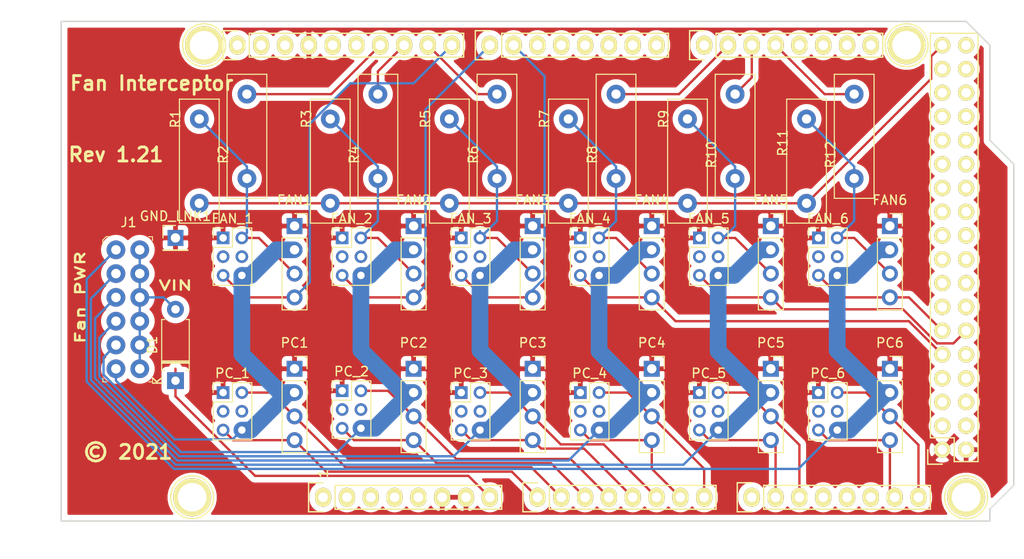
<source format=kicad_pcb>
(kicad_pcb (version 20171130) (host pcbnew 5.99.0+really5.1.10+dfsg1-1)
  (title_block (date "mar. 31 mars 2015"))
  (layers (0 F.Cu signal) (31 B.Cu signal) (34 B.Paste user) (35 F.Paste user) (36 B.SilkS user) (37 F.SilkS user) (38 B.Mask user) (39 F.Mask user) (44 Edge.Cuts user))
  (net 0 "")
  (net 1 GND)
  (net 2 +5V)
  (net 3 /Vin)
  (net 4 FAN1_12v)
  (net 5 FAN1_PWM)
  (net 6 FAN1_TACH)
  (net 7 "Net-(D1-Pad2)")
  (net 8 FAN2_12v)
  (net 9 FAN2_PWM)
  (net 10 FAN3_12v)
  (net 11 FAN3_PWM)
  (net 12 FAN4_12v)
  (net 13 FAN4_PWM)
  (net 14 PC1_PWM)
  (net 15 PC1_TACH)
  (net 16 FAN2_TACH)
  (net 17 FAN4_TACH)
  (net 18 FAN5_12v)
  (net 19 FAN5_PWM)
  (net 20 FAN6_12v)
  (net 21 FAN6_PWM)
  (net 22 FAN6_TACH)
  (net 23 PC5_PWM)
  (net 24 PC6_PWM)
  (net 25 PC3_PWM)
  (net 26 PC4_PWM)
  (net 27 PC2_PWM)
  (net 28 PC2_TACH)
  (net 29 PC3_TACH)
  (net 30 PC4_TACH)
  (net 31 PC5_TACH)
  (net 32 PC6_TACH)
  (net 33 FAN3_TACH)
  (net 34 FAN5_TACH)
  (net 35 FAN1_TACH_IN)
  (net 36 FAN2_TACH_IN)
  (net 37 FAN3_TACH_IN)
  (net 38 FAN4_TACH_IN)
  (net 39 FAN5_TACH_IN)
  (net 40 FAN6_TACH_IN)
  (module Resistor_THT:R_Box_L13.0mm_W4.0mm_P9.00mm (layer F.Cu) (at 175.26 85.09 90)
    (fp_text reference R10 (at 2.54 -2.52 90) (layer F.SilkS))
    (fp_text value 220k)
    (pad 2 thru_hole circle (at 9 0 90) (size 2 2) (drill 1) (layers *.Cu *.Mask) (net 34 FAN5_TACH))
    (pad 1 thru_hole circle (at 0 0 90) (size 2 2) (drill 1) (layers *.Cu *.Mask) (net 39 FAN5_TACH_IN))
  )
  (module Resistor_THT:R_Box_L13.0mm_W4.0mm_P9.00mm (layer F.Cu) (at 182.88 78.74 270)
    (fp_text reference R11 (at 2.54 2.54 90) (layer F.SilkS))
    (fp_text value 10k)
    (pad 2 thru_hole circle (at 9 0 270) (size 2 2) (drill 1) (layers *.Cu *.Mask) (net 2 +5V))
    (pad 1 thru_hole circle (at 0 0 270) (size 2 2) (drill 1) (layers *.Cu *.Mask) (net 40 FAN6_TACH_IN))
  )
  (module Resistor_THT:R_Box_L13.0mm_W4.0mm_P9.00mm (layer F.Cu) (at 187.96 85.09 90)
    (fp_text reference R12 (at 2.54 -2.52 90) (layer F.SilkS))
    (fp_text value 220k)
    (pad 2 thru_hole circle (at 9 0 90) (size 2 2) (drill 1) (layers *.Cu *.Mask) (net 22 FAN6_TACH))
    (pad 1 thru_hole circle (at 0 0 90) (size 2 2) (drill 1) (layers *.Cu *.Mask) (net 40 FAN6_TACH_IN))
  )
  (module Resistor_THT:R_Box_L13.0mm_W4.0mm_P9.00mm (layer F.Cu) (at 170.18 78.74 270)
    (fp_text reference R9 (at 0 2.54 90) (layer F.SilkS))
    (fp_text value 10k)
    (pad 2 thru_hole circle (at 9 0 270) (size 2 2) (drill 1) (layers *.Cu *.Mask) (net 2 +5V))
    (pad 1 thru_hole circle (at 0 0 270) (size 2 2) (drill 1) (layers *.Cu *.Mask) (net 39 FAN5_TACH_IN))
  )
  (module Resistor_THT:R_Box_L13.0mm_W4.0mm_P9.00mm (layer F.Cu) (at 162.56 85.09 90)
    (fp_text reference R8 (at 2.54 -2.52 90) (layer F.SilkS))
    (fp_text value 220k)
    (pad 2 thru_hole circle (at 9 0 90) (size 2 2) (drill 1) (layers *.Cu *.Mask) (net 17 FAN4_TACH))
    (pad 1 thru_hole circle (at 0 0 90) (size 2 2) (drill 1) (layers *.Cu *.Mask) (net 38 FAN4_TACH_IN))
  )
  (module Resistor_THT:R_Box_L13.0mm_W4.0mm_P9.00mm (layer F.Cu) (at 157.48 78.74 270)
    (fp_text reference R7 (at 0 2.54 90) (layer F.SilkS))
    (fp_text value 10k)
    (pad 2 thru_hole circle (at 9 0 270) (size 2 2) (drill 1) (layers *.Cu *.Mask) (net 2 +5V))
    (pad 1 thru_hole circle (at 0 0 270) (size 2 2) (drill 1) (layers *.Cu *.Mask) (net 38 FAN4_TACH_IN))
  )
  (module Resistor_THT:R_Box_L13.0mm_W4.0mm_P9.00mm (layer F.Cu) (at 149.86 85.09 90)
    (fp_text reference R6 (at 2.54 -2.52 90) (layer F.SilkS))
    (fp_text value 220k)
    (pad 2 thru_hole circle (at 9 0 90) (size 2 2) (drill 1) (layers *.Cu *.Mask) (net 33 FAN3_TACH))
    (pad 1 thru_hole circle (at 0 0 90) (size 2 2) (drill 1) (layers *.Cu *.Mask) (net 37 FAN3_TACH_IN))
  )
  (module Resistor_THT:R_Box_L13.0mm_W4.0mm_P9.00mm (layer F.Cu) (at 144.78 78.74 270)
    (fp_text reference R5 (at 0 2.54 90) (layer F.SilkS))
    (fp_text value 10k)
    (pad 2 thru_hole circle (at 9 0 270) (size 2 2) (drill 1) (layers *.Cu *.Mask) (net 2 +5V))
    (pad 1 thru_hole circle (at 0 0 270) (size 2 2) (drill 1) (layers *.Cu *.Mask) (net 37 FAN3_TACH_IN))
  )
  (module Resistor_THT:R_Box_L13.0mm_W4.0mm_P9.00mm (layer F.Cu) (at 137.16 85.09 90)
    (fp_text reference R4 (at 2.54 -2.52 90) (layer F.SilkS))
    (fp_text value 220k)
    (pad 2 thru_hole circle (at 9 0 90) (size 2 2) (drill 1) (layers *.Cu *.Mask) (net 16 FAN2_TACH))
    (pad 1 thru_hole circle (at 0 0 90) (size 2 2) (drill 1) (layers *.Cu *.Mask) (net 36 FAN2_TACH_IN))
  )
  (module Resistor_THT:R_Box_L13.0mm_W4.0mm_P9.00mm (layer F.Cu) (at 132.08 78.74 270)
    (fp_text reference R3 (at 0 2.54 90) (layer F.SilkS))
    (fp_text value 10k)
    (pad 2 thru_hole circle (at 9 0 270) (size 2 2) (drill 1) (layers *.Cu *.Mask) (net 2 +5V))
    (pad 1 thru_hole circle (at 0 0 270) (size 2 2) (drill 1) (layers *.Cu *.Mask) (net 36 FAN2_TACH_IN))
  )
  (module Resistor_THT:R_Box_L13.0mm_W4.0mm_P9.00mm (layer F.Cu) (at 123.19 85.09 90)
    (fp_text reference R2 (at 2.54 -2.52 90) (layer F.SilkS))
    (fp_text value 220k)
    (pad 1 thru_hole circle (at 0 0 90) (size 2 2) (drill 1) (layers *.Cu *.Mask) (net 35 FAN1_TACH_IN))
    (pad 2 thru_hole circle (at 9 0 90) (size 2 2) (drill 1) (layers *.Cu *.Mask) (net 6 FAN1_TACH))
  )
  (module Resistor_THT:R_Box_L13.0mm_W4.0mm_P9.00mm (layer F.Cu) (at 118.11 78.74 270)
    (fp_text reference R1 (at 0 2.54 90) (layer F.SilkS))
    (fp_text value 10k)
    (pad 2 thru_hole circle (at 9 0 270) (size 2 2) (drill 1) (layers *.Cu *.Mask) (net 2 +5V))
    (pad 1 thru_hole circle (at 0 0 270) (size 2 2) (drill 1) (layers *.Cu *.Mask) (net 35 FAN1_TACH_IN))
  )
  (module digikey-footprints:PinHeader_6x2_P2.54mm_Horizontal (layer F.Cu) (at 109.22 92.71)
    (fp_text reference J1 (at 1.35 -2.93) (layer F.SilkS))
    (fp_text value Power)
    (pad 2 thru_hole circle (at 2.54 0) (size 2 2) (drill 1.02) (layers *.Cu *.Mask) (net 7 "Net-(D1-Pad2)"))
    (pad 4 thru_hole circle (at 2.54 2.54) (size 2 2) (drill 1.02) (layers *.Cu *.Mask) (net 7 "Net-(D1-Pad2)"))
    (pad 6 thru_hole circle (at 2.54 5.08) (size 2 2) (drill 1.02) (layers *.Cu *.Mask) (net 7 "Net-(D1-Pad2)"))
    (pad 8 thru_hole circle (at 2.54 7.62) (size 2 2) (drill 1.02) (layers *.Cu *.Mask) (net 7 "Net-(D1-Pad2)"))
    (pad 10 thru_hole circle (at 2.54 10.16) (size 2 2) (drill 1.02) (layers *.Cu *.Mask) (net 7 "Net-(D1-Pad2)"))
    (pad 12 thru_hole circle (at 2.54 12.7) (size 2 2) (drill 1.02) (layers *.Cu *.Mask) (net 7 "Net-(D1-Pad2)"))
    (pad 11 thru_hole circle (at 0 12.7) (size 2 2) (drill 1.02) (layers *.Cu *.Mask) (net 4 FAN1_12v))
    (pad 9 thru_hole circle (at 0 10.16) (size 2 2) (drill 1.02) (layers *.Cu *.Mask) (net 8 FAN2_12v))
    (pad 7 thru_hole circle (at 0 7.62) (size 2 2) (drill 1.02) (layers *.Cu *.Mask) (net 10 FAN3_12v))
    (pad 5 thru_hole circle (at 0 5.08) (size 2 2) (drill 1.02) (layers *.Cu *.Mask) (net 12 FAN4_12v))
    (pad 3 thru_hole circle (at 0 2.54) (size 2 2) (drill 1.02) (layers *.Cu *.Mask) (net 18 FAN5_12v))
    (pad 1 thru_hole circle (at 0 0) (size 2 2) (drill 1.02) (layers *.Cu *.Mask) (net 20 FAN6_12v))
  )
  (module Connector_PinHeader_2.54mm:PinHeader_1x01_P2.54mm_Vertical (layer F.Cu) (at 115.57 91.44)
    (fp_text reference GND_LNK1 (at 0 -2.33) (layer F.SilkS))
    (fp_text value GND)
    (pad 1 thru_hole rect (at 0 0) (size 1.7 1.7) (drill 1) (layers *.Cu *.Mask) (net 1 GND))
  )
  (module Connector_PinSocket_2.54mm:PinSocket_1x04_P2.54mm_Vertical (layer F.Cu) (at 191.77 90.17)
    (fp_text reference FAN6 (at 0 -2.77) (layer F.SilkS))
    (fp_text value "To Fan")
    (pad 4 thru_hole oval (at 0 7.62) (size 1.7 1.7) (drill 1) (layers *.Cu *.Mask) (net 21 FAN6_PWM))
    (pad 3 thru_hole oval (at 0 5.08) (size 1.7 1.7) (drill 1) (layers *.Cu *.Mask) (net 40 FAN6_TACH_IN))
    (pad 2 thru_hole oval (at 0 2.54) (size 1.7 1.7) (drill 1) (layers *.Cu *.Mask) (net 20 FAN6_12v))
    (pad 1 thru_hole rect (at 0 0) (size 1.7 1.7) (drill 1) (layers *.Cu *.Mask) (net 1 GND))
  )
  (module Connector_PinSocket_2.54mm:PinSocket_1x04_P2.54mm_Vertical (layer F.Cu) (at 179.07 90.17)
    (fp_text reference FAN5 (at 0 -2.77) (layer F.SilkS))
    (fp_text value "To Fan")
    (pad 4 thru_hole oval (at 0 7.62) (size 1.7 1.7) (drill 1) (layers *.Cu *.Mask) (net 19 FAN5_PWM))
    (pad 3 thru_hole oval (at 0 5.08) (size 1.7 1.7) (drill 1) (layers *.Cu *.Mask) (net 39 FAN5_TACH_IN))
    (pad 2 thru_hole oval (at 0 2.54) (size 1.7 1.7) (drill 1) (layers *.Cu *.Mask) (net 18 FAN5_12v))
    (pad 1 thru_hole rect (at 0 0) (size 1.7 1.7) (drill 1) (layers *.Cu *.Mask) (net 1 GND))
  )
  (module Connector_PinSocket_2.54mm:PinSocket_1x04_P2.54mm_Vertical (layer F.Cu) (at 166.37 90.17)
    (fp_text reference FAN4 (at 0 -2.77) (layer F.SilkS))
    (fp_text value "To Fan")
    (pad 4 thru_hole oval (at 0 7.62) (size 1.7 1.7) (drill 1) (layers *.Cu *.Mask) (net 13 FAN4_PWM))
    (pad 3 thru_hole oval (at 0 5.08) (size 1.7 1.7) (drill 1) (layers *.Cu *.Mask) (net 38 FAN4_TACH_IN))
    (pad 2 thru_hole oval (at 0 2.54) (size 1.7 1.7) (drill 1) (layers *.Cu *.Mask) (net 12 FAN4_12v))
    (pad 1 thru_hole rect (at 0 0) (size 1.7 1.7) (drill 1) (layers *.Cu *.Mask) (net 1 GND))
  )
  (module Connector_PinSocket_2.54mm:PinSocket_1x04_P2.54mm_Vertical (layer F.Cu) (at 153.67 90.17)
    (fp_text reference FAN3 (at 0 -2.77) (layer F.SilkS))
    (fp_text value "To Fan")
    (pad 4 thru_hole oval (at 0 7.62) (size 1.7 1.7) (drill 1) (layers *.Cu *.Mask) (net 11 FAN3_PWM))
    (pad 3 thru_hole oval (at 0 5.08) (size 1.7 1.7) (drill 1) (layers *.Cu *.Mask) (net 37 FAN3_TACH_IN))
    (pad 2 thru_hole oval (at 0 2.54) (size 1.7 1.7) (drill 1) (layers *.Cu *.Mask) (net 10 FAN3_12v))
    (pad 1 thru_hole rect (at 0 0) (size 1.7 1.7) (drill 1) (layers *.Cu *.Mask) (net 1 GND))
  )
  (module Connector_PinSocket_2.54mm:PinSocket_1x04_P2.54mm_Vertical (layer F.Cu) (at 140.97 90.17)
    (fp_text reference FAN2 (at 0 -2.77) (layer F.SilkS))
    (fp_text value "To Fan")
    (pad 4 thru_hole oval (at 0 7.62) (size 1.7 1.7) (drill 1) (layers *.Cu *.Mask) (net 9 FAN2_PWM))
    (pad 3 thru_hole oval (at 0 5.08) (size 1.7 1.7) (drill 1) (layers *.Cu *.Mask) (net 36 FAN2_TACH_IN))
    (pad 2 thru_hole oval (at 0 2.54) (size 1.7 1.7) (drill 1) (layers *.Cu *.Mask) (net 8 FAN2_12v))
    (pad 1 thru_hole rect (at 0 0) (size 1.7 1.7) (drill 1) (layers *.Cu *.Mask) (net 1 GND))
  )
  (module Connector_PinSocket_2.54mm:PinSocket_1x04_P2.54mm_Vertical (layer F.Cu) (at 128.27 90.17)
    (fp_text reference FAN1 (at 0 -2.77) (layer F.SilkS))
    (fp_text value "To Fan")
    (pad 4 thru_hole oval (at 0 7.62) (size 1.7 1.7) (drill 1) (layers *.Cu *.Mask) (net 5 FAN1_PWM))
    (pad 3 thru_hole oval (at 0 5.08) (size 1.7 1.7) (drill 1) (layers *.Cu *.Mask) (net 35 FAN1_TACH_IN))
    (pad 2 thru_hole oval (at 0 2.54) (size 1.7 1.7) (drill 1) (layers *.Cu *.Mask) (net 4 FAN1_12v))
    (pad 1 thru_hole rect (at 0 0) (size 1.7 1.7) (drill 1) (layers *.Cu *.Mask) (net 1 GND))
  )
  (module Connector_PinHeader_2.00mm:PinHeader_2x03_P2.00mm_Vertical (layer F.Cu) (at 184.15 107.95)
    (fp_text reference PC_6 (at 1 -2.06) (layer F.SilkS))
    (fp_text value "To PC")
    (pad 6 thru_hole oval (at 2 4) (size 1.35 1.35) (drill 0.8) (layers *.Cu *.Mask) (net 20 FAN6_12v))
    (pad 5 thru_hole oval (at 0 4) (size 1.35 1.35) (drill 0.8) (layers *.Cu *.Mask) (net 24 PC6_PWM))
    (pad 4 thru_hole oval (at 2 2) (size 1.35 1.35) (drill 0.8) (layers *.Cu *.Mask))
    (pad 3 thru_hole oval (at 0 2) (size 1.35 1.35) (drill 0.8) (layers *.Cu *.Mask))
    (pad 2 thru_hole oval (at 2 0) (size 1.35 1.35) (drill 0.8) (layers *.Cu *.Mask) (net 32 PC6_TACH))
    (pad 1 thru_hole rect (at 0 0) (size 1.35 1.35) (drill 0.8) (layers *.Cu *.Mask) (net 1 GND))
  )
  (module Connector_PinHeader_2.00mm:PinHeader_2x03_P2.00mm_Vertical (layer F.Cu) (at 171.45 107.95)
    (fp_text reference PC_5 (at 1 -2.06) (layer F.SilkS))
    (fp_text value "To PC")
    (pad 6 thru_hole oval (at 2 4) (size 1.35 1.35) (drill 0.8) (layers *.Cu *.Mask) (net 18 FAN5_12v))
    (pad 5 thru_hole oval (at 0 4) (size 1.35 1.35) (drill 0.8) (layers *.Cu *.Mask) (net 23 PC5_PWM))
    (pad 4 thru_hole oval (at 2 2) (size 1.35 1.35) (drill 0.8) (layers *.Cu *.Mask))
    (pad 3 thru_hole oval (at 0 2) (size 1.35 1.35) (drill 0.8) (layers *.Cu *.Mask))
    (pad 2 thru_hole oval (at 2 0) (size 1.35 1.35) (drill 0.8) (layers *.Cu *.Mask) (net 31 PC5_TACH))
    (pad 1 thru_hole rect (at 0 0) (size 1.35 1.35) (drill 0.8) (layers *.Cu *.Mask) (net 1 GND))
  )
  (module Connector_PinHeader_2.00mm:PinHeader_2x03_P2.00mm_Vertical (layer F.Cu) (at 158.75 107.95)
    (fp_text reference PC_4 (at 1 -2.06) (layer F.SilkS))
    (fp_text value "To PC")
    (pad 6 thru_hole oval (at 2 4) (size 1.35 1.35) (drill 0.8) (layers *.Cu *.Mask) (net 12 FAN4_12v))
    (pad 5 thru_hole oval (at 0 4) (size 1.35 1.35) (drill 0.8) (layers *.Cu *.Mask) (net 26 PC4_PWM))
    (pad 4 thru_hole oval (at 2 2) (size 1.35 1.35) (drill 0.8) (layers *.Cu *.Mask))
    (pad 3 thru_hole oval (at 0 2) (size 1.35 1.35) (drill 0.8) (layers *.Cu *.Mask))
    (pad 2 thru_hole oval (at 2 0) (size 1.35 1.35) (drill 0.8) (layers *.Cu *.Mask) (net 30 PC4_TACH))
    (pad 1 thru_hole rect (at 0 0) (size 1.35 1.35) (drill 0.8) (layers *.Cu *.Mask) (net 1 GND))
  )
  (module Connector_PinHeader_2.00mm:PinHeader_2x03_P2.00mm_Vertical (layer F.Cu) (at 146.05 107.95)
    (fp_text reference PC_3 (at 1 -2.06) (layer F.SilkS))
    (fp_text value "To PC")
    (pad 6 thru_hole oval (at 2 4) (size 1.35 1.35) (drill 0.8) (layers *.Cu *.Mask) (net 10 FAN3_12v))
    (pad 5 thru_hole oval (at 0 4) (size 1.35 1.35) (drill 0.8) (layers *.Cu *.Mask) (net 25 PC3_PWM))
    (pad 4 thru_hole oval (at 2 2) (size 1.35 1.35) (drill 0.8) (layers *.Cu *.Mask))
    (pad 3 thru_hole oval (at 0 2) (size 1.35 1.35) (drill 0.8) (layers *.Cu *.Mask))
    (pad 2 thru_hole oval (at 2 0) (size 1.35 1.35) (drill 0.8) (layers *.Cu *.Mask) (net 29 PC3_TACH))
    (pad 1 thru_hole rect (at 0 0) (size 1.35 1.35) (drill 0.8) (layers *.Cu *.Mask) (net 1 GND))
  )
  (module Connector_PinSocket_2.54mm:PinSocket_1x04_P2.54mm_Vertical (layer F.Cu) (at 191.77 105.41)
    (fp_text reference PC6 (at 0 -2.77) (layer F.SilkS))
    (fp_text value "To PC")
    (pad 4 thru_hole oval (at 0 7.62) (size 1.7 1.7) (drill 1) (layers *.Cu *.Mask) (net 24 PC6_PWM))
    (pad 3 thru_hole oval (at 0 5.08) (size 1.7 1.7) (drill 1) (layers *.Cu *.Mask) (net 32 PC6_TACH))
    (pad 2 thru_hole oval (at 0 2.54) (size 1.7 1.7) (drill 1) (layers *.Cu *.Mask) (net 20 FAN6_12v))
    (pad 1 thru_hole rect (at 0 0) (size 1.7 1.7) (drill 1) (layers *.Cu *.Mask) (net 1 GND))
  )
  (module Connector_PinSocket_2.54mm:PinSocket_1x04_P2.54mm_Vertical (layer F.Cu) (at 179.07 105.41)
    (fp_text reference PC5 (at 0 -2.77) (layer F.SilkS))
    (fp_text value "To PC")
    (pad 4 thru_hole oval (at 0 7.62) (size 1.7 1.7) (drill 1) (layers *.Cu *.Mask) (net 23 PC5_PWM))
    (pad 3 thru_hole oval (at 0 5.08) (size 1.7 1.7) (drill 1) (layers *.Cu *.Mask) (net 31 PC5_TACH))
    (pad 2 thru_hole oval (at 0 2.54) (size 1.7 1.7) (drill 1) (layers *.Cu *.Mask) (net 18 FAN5_12v))
    (pad 1 thru_hole rect (at 0 0) (size 1.7 1.7) (drill 1) (layers *.Cu *.Mask) (net 1 GND))
  )
  (module Connector_PinSocket_2.54mm:PinSocket_1x04_P2.54mm_Vertical (layer F.Cu) (at 166.37 105.41)
    (fp_text reference PC4 (at 0 -2.77) (layer F.SilkS))
    (fp_text value "To PC")
    (pad 4 thru_hole oval (at 0 7.62) (size 1.7 1.7) (drill 1) (layers *.Cu *.Mask) (net 26 PC4_PWM))
    (pad 3 thru_hole oval (at 0 5.08) (size 1.7 1.7) (drill 1) (layers *.Cu *.Mask) (net 30 PC4_TACH))
    (pad 2 thru_hole oval (at 0 2.54) (size 1.7 1.7) (drill 1) (layers *.Cu *.Mask) (net 12 FAN4_12v))
    (pad 1 thru_hole rect (at 0 0) (size 1.7 1.7) (drill 1) (layers *.Cu *.Mask) (net 1 GND))
  )
  (module Connector_PinSocket_2.54mm:PinSocket_1x04_P2.54mm_Vertical (layer F.Cu) (at 153.67 105.41)
    (fp_text reference PC3 (at 0 -2.77) (layer F.SilkS))
    (fp_text value "To PC")
    (pad 4 thru_hole oval (at 0 7.62) (size 1.7 1.7) (drill 1) (layers *.Cu *.Mask) (net 25 PC3_PWM))
    (pad 3 thru_hole oval (at 0 5.08) (size 1.7 1.7) (drill 1) (layers *.Cu *.Mask) (net 29 PC3_TACH))
    (pad 2 thru_hole oval (at 0 2.54) (size 1.7 1.7) (drill 1) (layers *.Cu *.Mask) (net 10 FAN3_12v))
    (pad 1 thru_hole rect (at 0 0) (size 1.7 1.7) (drill 1) (layers *.Cu *.Mask) (net 1 GND))
  )
  (module Connector_PinSocket_2.54mm:PinSocket_1x04_P2.54mm_Vertical (layer F.Cu) (at 140.97 105.41)
    (fp_text reference PC2 (at 0 -2.77) (layer F.SilkS))
    (fp_text value "To PC")
    (pad 4 thru_hole oval (at 0 7.62) (size 1.7 1.7) (drill 1) (layers *.Cu *.Mask) (net 27 PC2_PWM))
    (pad 3 thru_hole oval (at 0 5.08) (size 1.7 1.7) (drill 1) (layers *.Cu *.Mask) (net 28 PC2_TACH))
    (pad 2 thru_hole oval (at 0 2.54) (size 1.7 1.7) (drill 1) (layers *.Cu *.Mask) (net 8 FAN2_12v))
    (pad 1 thru_hole rect (at 0 0) (size 1.7 1.7) (drill 1) (layers *.Cu *.Mask) (net 1 GND))
  )
  (module Connector_PinHeader_2.00mm:PinHeader_2x03_P2.00mm_Vertical (layer F.Cu) (at 133.35 107.76)
    (fp_text reference PC_2 (at 1 -2.06) (layer F.SilkS))
    (fp_text value "To PC")
    (pad 6 thru_hole oval (at 2 4) (size 1.35 1.35) (drill 0.8) (layers *.Cu *.Mask) (net 8 FAN2_12v))
    (pad 5 thru_hole oval (at 0 4) (size 1.35 1.35) (drill 0.8) (layers *.Cu *.Mask) (net 27 PC2_PWM))
    (pad 4 thru_hole oval (at 2 2) (size 1.35 1.35) (drill 0.8) (layers *.Cu *.Mask))
    (pad 3 thru_hole oval (at 0 2) (size 1.35 1.35) (drill 0.8) (layers *.Cu *.Mask))
    (pad 2 thru_hole oval (at 2 0) (size 1.35 1.35) (drill 0.8) (layers *.Cu *.Mask) (net 28 PC2_TACH))
    (pad 1 thru_hole rect (at 0 0) (size 1.35 1.35) (drill 0.8) (layers *.Cu *.Mask) (net 1 GND))
  )
  (module Connector_PinSocket_2.54mm:PinSocket_1x04_P2.54mm_Vertical (layer F.Cu) (at 128.27 105.41)
    (fp_text reference PC1 (at 0 -2.77) (layer F.SilkS))
    (fp_text value "To PC")
    (pad 4 thru_hole oval (at 0 7.62) (size 1.7 1.7) (drill 1) (layers *.Cu *.Mask) (net 14 PC1_PWM))
    (pad 3 thru_hole oval (at 0 5.08) (size 1.7 1.7) (drill 1) (layers *.Cu *.Mask) (net 15 PC1_TACH))
    (pad 2 thru_hole oval (at 0 2.54) (size 1.7 1.7) (drill 1) (layers *.Cu *.Mask) (net 4 FAN1_12v))
    (pad 1 thru_hole rect (at 0 0) (size 1.7 1.7) (drill 1) (layers *.Cu *.Mask) (net 1 GND))
  )
  (module Connector_PinHeader_2.00mm:PinHeader_2x03_P2.00mm_Vertical (layer F.Cu) (at 184.15 91.44)
    (fp_text reference FAN_6 (at 1 -2.06) (layer F.SilkS))
    (fp_text value "To FAN")
    (pad 6 thru_hole oval (at 2 4) (size 1.35 1.35) (drill 0.8) (layers *.Cu *.Mask) (net 20 FAN6_12v))
    (pad 5 thru_hole oval (at 0 4) (size 1.35 1.35) (drill 0.8) (layers *.Cu *.Mask) (net 21 FAN6_PWM))
    (pad 4 thru_hole oval (at 2 2) (size 1.35 1.35) (drill 0.8) (layers *.Cu *.Mask))
    (pad 3 thru_hole oval (at 0 2) (size 1.35 1.35) (drill 0.8) (layers *.Cu *.Mask))
    (pad 2 thru_hole oval (at 2 0) (size 1.35 1.35) (drill 0.8) (layers *.Cu *.Mask) (net 40 FAN6_TACH_IN))
    (pad 1 thru_hole rect (at 0 0) (size 1.35 1.35) (drill 0.8) (layers *.Cu *.Mask) (net 1 GND))
  )
  (module Connector_PinHeader_2.00mm:PinHeader_2x03_P2.00mm_Vertical (layer F.Cu) (at 171.45 91.44)
    (fp_text reference FAN_5 (at 1 -2.06) (layer F.SilkS))
    (fp_text value "To FAN")
    (pad 6 thru_hole oval (at 2 4) (size 1.35 1.35) (drill 0.8) (layers *.Cu *.Mask) (net 18 FAN5_12v))
    (pad 5 thru_hole oval (at 0 4) (size 1.35 1.35) (drill 0.8) (layers *.Cu *.Mask) (net 19 FAN5_PWM))
    (pad 4 thru_hole oval (at 2 2) (size 1.35 1.35) (drill 0.8) (layers *.Cu *.Mask))
    (pad 3 thru_hole oval (at 0 2) (size 1.35 1.35) (drill 0.8) (layers *.Cu *.Mask))
    (pad 2 thru_hole oval (at 2 0) (size 1.35 1.35) (drill 0.8) (layers *.Cu *.Mask) (net 39 FAN5_TACH_IN))
    (pad 1 thru_hole rect (at 0 0) (size 1.35 1.35) (drill 0.8) (layers *.Cu *.Mask) (net 1 GND))
  )
  (module Connector_PinHeader_2.00mm:PinHeader_2x03_P2.00mm_Vertical (layer F.Cu) (at 158.75 91.44)
    (fp_text reference FAN_4 (at 1 -2.06) (layer F.SilkS))
    (fp_text value "To FAN")
    (pad 6 thru_hole oval (at 2 4) (size 1.35 1.35) (drill 0.8) (layers *.Cu *.Mask) (net 12 FAN4_12v))
    (pad 5 thru_hole oval (at 0 4) (size 1.35 1.35) (drill 0.8) (layers *.Cu *.Mask) (net 13 FAN4_PWM))
    (pad 4 thru_hole oval (at 2 2) (size 1.35 1.35) (drill 0.8) (layers *.Cu *.Mask))
    (pad 3 thru_hole oval (at 0 2) (size 1.35 1.35) (drill 0.8) (layers *.Cu *.Mask))
    (pad 2 thru_hole oval (at 2 0) (size 1.35 1.35) (drill 0.8) (layers *.Cu *.Mask) (net 38 FAN4_TACH_IN))
    (pad 1 thru_hole rect (at 0 0) (size 1.35 1.35) (drill 0.8) (layers *.Cu *.Mask) (net 1 GND))
  )
  (module Connector_PinHeader_2.00mm:PinHeader_2x03_P2.00mm_Vertical (layer F.Cu) (at 146.05 91.44)
    (fp_text reference FAN_3 (at 1 -2.06) (layer F.SilkS))
    (fp_text value "To FAN")
    (pad 6 thru_hole oval (at 2 4) (size 1.35 1.35) (drill 0.8) (layers *.Cu *.Mask) (net 10 FAN3_12v))
    (pad 5 thru_hole oval (at 0 4) (size 1.35 1.35) (drill 0.8) (layers *.Cu *.Mask) (net 11 FAN3_PWM))
    (pad 4 thru_hole oval (at 2 2) (size 1.35 1.35) (drill 0.8) (layers *.Cu *.Mask))
    (pad 3 thru_hole oval (at 0 2) (size 1.35 1.35) (drill 0.8) (layers *.Cu *.Mask))
    (pad 2 thru_hole oval (at 2 0) (size 1.35 1.35) (drill 0.8) (layers *.Cu *.Mask) (net 37 FAN3_TACH_IN))
    (pad 1 thru_hole rect (at 0 0) (size 1.35 1.35) (drill 0.8) (layers *.Cu *.Mask) (net 1 GND))
  )
  (module Connector_PinHeader_2.00mm:PinHeader_2x03_P2.00mm_Vertical (layer F.Cu) (at 133.35 91.44)
    (fp_text reference FAN_2 (at 1 -2.06) (layer F.SilkS))
    (fp_text value "To FAN")
    (pad 6 thru_hole oval (at 2 4) (size 1.35 1.35) (drill 0.8) (layers *.Cu *.Mask) (net 8 FAN2_12v))
    (pad 5 thru_hole oval (at 0 4) (size 1.35 1.35) (drill 0.8) (layers *.Cu *.Mask) (net 9 FAN2_PWM))
    (pad 4 thru_hole oval (at 2 2) (size 1.35 1.35) (drill 0.8) (layers *.Cu *.Mask))
    (pad 3 thru_hole oval (at 0 2) (size 1.35 1.35) (drill 0.8) (layers *.Cu *.Mask))
    (pad 2 thru_hole oval (at 2 0) (size 1.35 1.35) (drill 0.8) (layers *.Cu *.Mask) (net 36 FAN2_TACH_IN))
    (pad 1 thru_hole rect (at 0 0) (size 1.35 1.35) (drill 0.8) (layers *.Cu *.Mask) (net 1 GND))
  )
  (module Diode_THT:D_A-405_P7.62mm_Horizontal (layer F.Cu) (at 115.57 106.68 90)
    (fp_text reference D1 (at 3.81 -2.47 90) (layer F.SilkS))
    (fp_text value 1N4007)
    (fp_text user K (at 0 -1.9 90) (layer F.SilkS))
    (pad 1 thru_hole rect (at 0 0 90) (size 1.8 1.8) (drill 0.9) (layers *.Cu *.Mask) (net 3 /Vin))
    (pad 2 thru_hole oval (at 7.62 0 90) (size 1.8 1.8) (drill 0.9) (layers *.Cu *.Mask) (net 7 "Net-(D1-Pad2)"))
  )
  (module Connector_PinHeader_2.00mm:PinHeader_2x03_P2.00mm_Vertical (layer F.Cu) (at 120.65 107.95)
    (fp_text reference PC_1 (at 1 -2.06) (layer F.SilkS))
    (fp_text value "To PC")
    (pad 6 thru_hole oval (at 2 4) (size 1.35 1.35) (drill 0.8) (layers *.Cu *.Mask) (net 4 FAN1_12v))
    (pad 5 thru_hole oval (at 0 4) (size 1.35 1.35) (drill 0.8) (layers *.Cu *.Mask) (net 14 PC1_PWM))
    (pad 4 thru_hole oval (at 2 2) (size 1.35 1.35) (drill 0.8) (layers *.Cu *.Mask))
    (pad 3 thru_hole oval (at 0 2) (size 1.35 1.35) (drill 0.8) (layers *.Cu *.Mask))
    (pad 2 thru_hole oval (at 2 0) (size 1.35 1.35) (drill 0.8) (layers *.Cu *.Mask) (net 15 PC1_TACH))
    (pad 1 thru_hole rect (at 0 0) (size 1.35 1.35) (drill 0.8) (layers *.Cu *.Mask) (net 1 GND))
  )
  (module Connector_PinHeader_2.00mm:PinHeader_2x03_P2.00mm_Vertical (layer F.Cu) (at 120.65 91.44)
    (fp_text reference FAN_1 (at 1 -2.06) (layer F.SilkS))
    (fp_text value "To FAN")
    (pad 6 thru_hole oval (at 2 4) (size 1.35 1.35) (drill 0.8) (layers *.Cu *.Mask) (net 4 FAN1_12v))
    (pad 5 thru_hole oval (at 0 4) (size 1.35 1.35) (drill 0.8) (layers *.Cu *.Mask) (net 5 FAN1_PWM))
    (pad 4 thru_hole oval (at 2 2) (size 1.35 1.35) (drill 0.8) (layers *.Cu *.Mask))
    (pad 3 thru_hole oval (at 0 2) (size 1.35 1.35) (drill 0.8) (layers *.Cu *.Mask))
    (pad 2 thru_hole oval (at 2 0) (size 1.35 1.35) (drill 0.8) (layers *.Cu *.Mask) (net 35 FAN1_TACH_IN))
    (pad 1 thru_hole rect (at 0 0) (size 1.35 1.35) (drill 0.8) (layers *.Cu *.Mask) (net 1 GND))
  )
  (module Socket_Arduino_Mega:Socket_Strip_Arduino_2x18 (layer F.Cu) (at 197.358 114.046 90)
    (fp_text reference P1 hide)
    (fp_text value Digital)
    (pad 1 thru_hole circle (at 0 0 90) (size 1.7272 1.7272) (drill 1.016) (layers *.Cu *.Mask F.SilkS) (net 1 GND))
    (pad 2 thru_hole oval (at 0 2.54 90) (size 1.7272 1.7272) (drill 1.016) (layers *.Cu *.Mask F.SilkS) (net 1 GND))
    (pad 3 thru_hole oval (at 2.54 0 90) (size 1.7272 1.7272) (drill 1.016) (layers *.Cu *.Mask F.SilkS))
    (pad 4 thru_hole oval (at 2.54 2.54 90) (size 1.7272 1.7272) (drill 1.016) (layers *.Cu *.Mask F.SilkS))
    (pad 5 thru_hole oval (at 5.08 0 90) (size 1.7272 1.7272) (drill 1.016) (layers *.Cu *.Mask F.SilkS))
    (pad 6 thru_hole oval (at 5.08 2.54 90) (size 1.7272 1.7272) (drill 1.016) (layers *.Cu *.Mask F.SilkS))
    (pad 7 thru_hole oval (at 7.62 0 90) (size 1.7272 1.7272) (drill 1.016) (layers *.Cu *.Mask F.SilkS))
    (pad 8 thru_hole oval (at 7.62 2.54 90) (size 1.7272 1.7272) (drill 1.016) (layers *.Cu *.Mask F.SilkS))
    (pad 9 thru_hole oval (at 10.16 0 90) (size 1.7272 1.7272) (drill 1.016) (layers *.Cu *.Mask F.SilkS) (net 13 FAN4_PWM))
    (pad 10 thru_hole oval (at 10.16 2.54 90) (size 1.7272 1.7272) (drill 1.016) (layers *.Cu *.Mask F.SilkS))
    (pad 11 thru_hole oval (at 12.7 0 90) (size 1.7272 1.7272) (drill 1.016) (layers *.Cu *.Mask F.SilkS) (net 21 FAN6_PWM))
    (pad 12 thru_hole oval (at 12.7 2.54 90) (size 1.7272 1.7272) (drill 1.016) (layers *.Cu *.Mask F.SilkS) (net 19 FAN5_PWM))
    (pad 13 thru_hole oval (at 15.24 0 90) (size 1.7272 1.7272) (drill 1.016) (layers *.Cu *.Mask F.SilkS))
    (pad 14 thru_hole oval (at 15.24 2.54 90) (size 1.7272 1.7272) (drill 1.016) (layers *.Cu *.Mask F.SilkS))
    (pad 15 thru_hole oval (at 17.78 0 90) (size 1.7272 1.7272) (drill 1.016) (layers *.Cu *.Mask F.SilkS))
    (pad 16 thru_hole oval (at 17.78 2.54 90) (size 1.7272 1.7272) (drill 1.016) (layers *.Cu *.Mask F.SilkS))
    (pad 17 thru_hole oval (at 20.32 0 90) (size 1.7272 1.7272) (drill 1.016) (layers *.Cu *.Mask F.SilkS))
    (pad 18 thru_hole oval (at 20.32 2.54 90) (size 1.7272 1.7272) (drill 1.016) (layers *.Cu *.Mask F.SilkS))
    (pad 19 thru_hole oval (at 22.86 0 90) (size 1.7272 1.7272) (drill 1.016) (layers *.Cu *.Mask F.SilkS))
    (pad 20 thru_hole oval (at 22.86 2.54 90) (size 1.7272 1.7272) (drill 1.016) (layers *.Cu *.Mask F.SilkS))
    (pad 21 thru_hole oval (at 25.4 0 90) (size 1.7272 1.7272) (drill 1.016) (layers *.Cu *.Mask F.SilkS))
    (pad 22 thru_hole oval (at 25.4 2.54 90) (size 1.7272 1.7272) (drill 1.016) (layers *.Cu *.Mask F.SilkS))
    (pad 23 thru_hole oval (at 27.94 0 90) (size 1.7272 1.7272) (drill 1.016) (layers *.Cu *.Mask F.SilkS))
    (pad 24 thru_hole oval (at 27.94 2.54 90) (size 1.7272 1.7272) (drill 1.016) (layers *.Cu *.Mask F.SilkS))
    (pad 25 thru_hole oval (at 30.48 0 90) (size 1.7272 1.7272) (drill 1.016) (layers *.Cu *.Mask F.SilkS))
    (pad 26 thru_hole oval (at 30.48 2.54 90) (size 1.7272 1.7272) (drill 1.016) (layers *.Cu *.Mask F.SilkS))
    (pad 27 thru_hole oval (at 33.02 0 90) (size 1.7272 1.7272) (drill 1.016) (layers *.Cu *.Mask F.SilkS))
    (pad 28 thru_hole oval (at 33.02 2.54 90) (size 1.7272 1.7272) (drill 1.016) (layers *.Cu *.Mask F.SilkS))
    (pad 29 thru_hole oval (at 35.56 0 90) (size 1.7272 1.7272) (drill 1.016) (layers *.Cu *.Mask F.SilkS))
    (pad 30 thru_hole oval (at 35.56 2.54 90) (size 1.7272 1.7272) (drill 1.016) (layers *.Cu *.Mask F.SilkS))
    (pad 31 thru_hole oval (at 38.1 0 90) (size 1.7272 1.7272) (drill 1.016) (layers *.Cu *.Mask F.SilkS))
    (pad 32 thru_hole oval (at 38.1 2.54 90) (size 1.7272 1.7272) (drill 1.016) (layers *.Cu *.Mask F.SilkS))
    (pad 33 thru_hole oval (at 40.64 0 90) (size 1.7272 1.7272) (drill 1.016) (layers *.Cu *.Mask F.SilkS))
    (pad 34 thru_hole oval (at 40.64 2.54 90) (size 1.7272 1.7272) (drill 1.016) (layers *.Cu *.Mask F.SilkS))
    (pad 35 thru_hole oval (at 43.18 0 90) (size 1.7272 1.7272) (drill 1.016) (layers *.Cu *.Mask F.SilkS) (net 2 +5V))
    (pad 36 thru_hole oval (at 43.18 2.54 90) (size 1.7272 1.7272) (drill 1.016) (layers *.Cu *.Mask F.SilkS) (net 2 +5V))
  )
  (module Socket_Arduino_Mega:Socket_Strip_Arduino_1x08 (layer F.Cu) (at 131.318 119.126)
    (fp_text reference P2 hide)
    (fp_text value Power)
    (pad 1 thru_hole oval (at 0 0) (size 1.7272 2.032) (drill 1.016) (layers *.Cu *.Mask F.SilkS))
    (pad 2 thru_hole oval (at 2.54 0) (size 1.7272 2.032) (drill 1.016) (layers *.Cu *.Mask F.SilkS))
    (pad 3 thru_hole oval (at 5.08 0) (size 1.7272 2.032) (drill 1.016) (layers *.Cu *.Mask F.SilkS))
    (pad 4 thru_hole oval (at 7.62 0) (size 1.7272 2.032) (drill 1.016) (layers *.Cu *.Mask F.SilkS))
    (pad 5 thru_hole oval (at 10.16 0) (size 1.7272 2.032) (drill 1.016) (layers *.Cu *.Mask F.SilkS))
    (pad 6 thru_hole oval (at 12.7 0) (size 1.7272 2.032) (drill 1.016) (layers *.Cu *.Mask F.SilkS) (net 1 GND))
    (pad 7 thru_hole oval (at 15.24 0) (size 1.7272 2.032) (drill 1.016) (layers *.Cu *.Mask F.SilkS) (net 1 GND))
    (pad 8 thru_hole oval (at 17.78 0) (size 1.7272 2.032) (drill 1.016) (layers *.Cu *.Mask F.SilkS) (net 3 /Vin))
  )
  (module Socket_Arduino_Mega:Socket_Strip_Arduino_1x08 (layer F.Cu) (at 154.178 119.126)
    (fp_text reference P3 hide)
    (fp_text value Analog)
    (pad 1 thru_hole oval (at 0 0) (size 1.7272 2.032) (drill 1.016) (layers *.Cu *.Mask F.SilkS) (net 14 PC1_PWM))
    (pad 2 thru_hole oval (at 2.54 0) (size 1.7272 2.032) (drill 1.016) (layers *.Cu *.Mask F.SilkS) (net 15 PC1_TACH))
    (pad 3 thru_hole oval (at 5.08 0) (size 1.7272 2.032) (drill 1.016) (layers *.Cu *.Mask F.SilkS) (net 27 PC2_PWM))
    (pad 4 thru_hole oval (at 7.62 0) (size 1.7272 2.032) (drill 1.016) (layers *.Cu *.Mask F.SilkS) (net 28 PC2_TACH))
    (pad 5 thru_hole oval (at 10.16 0) (size 1.7272 2.032) (drill 1.016) (layers *.Cu *.Mask F.SilkS) (net 25 PC3_PWM))
    (pad 6 thru_hole oval (at 12.7 0) (size 1.7272 2.032) (drill 1.016) (layers *.Cu *.Mask F.SilkS) (net 29 PC3_TACH))
    (pad 7 thru_hole oval (at 15.24 0) (size 1.7272 2.032) (drill 1.016) (layers *.Cu *.Mask F.SilkS) (net 26 PC4_PWM))
    (pad 8 thru_hole oval (at 17.78 0) (size 1.7272 2.032) (drill 1.016) (layers *.Cu *.Mask F.SilkS) (net 30 PC4_TACH))
  )
  (module Socket_Arduino_Mega:Socket_Strip_Arduino_1x08 (layer F.Cu) (at 177.038 119.126)
    (fp_text reference P4 hide)
    (fp_text value Analog)
    (pad 1 thru_hole oval (at 0 0) (size 1.7272 2.032) (drill 1.016) (layers *.Cu *.Mask F.SilkS))
    (pad 2 thru_hole oval (at 2.54 0) (size 1.7272 2.032) (drill 1.016) (layers *.Cu *.Mask F.SilkS) (net 23 PC5_PWM))
    (pad 3 thru_hole oval (at 5.08 0) (size 1.7272 2.032) (drill 1.016) (layers *.Cu *.Mask F.SilkS) (net 31 PC5_TACH))
    (pad 4 thru_hole oval (at 7.62 0) (size 1.7272 2.032) (drill 1.016) (layers *.Cu *.Mask F.SilkS))
    (pad 5 thru_hole oval (at 10.16 0) (size 1.7272 2.032) (drill 1.016) (layers *.Cu *.Mask F.SilkS))
    (pad 6 thru_hole oval (at 12.7 0) (size 1.7272 2.032) (drill 1.016) (layers *.Cu *.Mask F.SilkS))
    (pad 7 thru_hole oval (at 15.24 0) (size 1.7272 2.032) (drill 1.016) (layers *.Cu *.Mask F.SilkS) (net 24 PC6_PWM))
    (pad 8 thru_hole oval (at 17.78 0) (size 1.7272 2.032) (drill 1.016) (layers *.Cu *.Mask F.SilkS) (net 32 PC6_TACH))
  )
  (module Socket_Arduino_Mega:Socket_Strip_Arduino_1x10 (layer F.Cu) (at 122.174 70.866)
    (fp_text reference P5 hide)
    (fp_text value PWM)
    (pad 1 thru_hole oval (at 0 0) (size 1.7272 2.032) (drill 1.016) (layers *.Cu *.Mask F.SilkS))
    (pad 2 thru_hole oval (at 2.54 0) (size 1.7272 2.032) (drill 1.016) (layers *.Cu *.Mask F.SilkS))
    (pad 3 thru_hole oval (at 5.08 0) (size 1.7272 2.032) (drill 1.016) (layers *.Cu *.Mask F.SilkS))
    (pad 4 thru_hole oval (at 7.62 0) (size 1.7272 2.032) (drill 1.016) (layers *.Cu *.Mask F.SilkS) (net 1 GND))
    (pad 5 thru_hole oval (at 10.16 0) (size 1.7272 2.032) (drill 1.016) (layers *.Cu *.Mask F.SilkS))
    (pad 6 thru_hole oval (at 12.7 0) (size 1.7272 2.032) (drill 1.016) (layers *.Cu *.Mask F.SilkS))
    (pad 7 thru_hole oval (at 15.24 0) (size 1.7272 2.032) (drill 1.016) (layers *.Cu *.Mask F.SilkS) (net 6 FAN1_TACH))
    (pad 8 thru_hole oval (at 17.78 0) (size 1.7272 2.032) (drill 1.016) (layers *.Cu *.Mask F.SilkS) (net 16 FAN2_TACH))
    (pad 9 thru_hole oval (at 20.32 0) (size 1.7272 2.032) (drill 1.016) (layers *.Cu *.Mask F.SilkS) (net 33 FAN3_TACH))
    (pad 10 thru_hole oval (at 22.86 0) (size 1.7272 2.032) (drill 1.016) (layers *.Cu *.Mask F.SilkS) (net 5 FAN1_PWM))
  )
  (module Socket_Arduino_Mega:Socket_Strip_Arduino_1x08 (layer F.Cu) (at 149.098 70.866)
    (fp_text reference P6 hide)
    (fp_text value PWM)
    (pad 1 thru_hole oval (at 0 0) (size 1.7272 2.032) (drill 1.016) (layers *.Cu *.Mask F.SilkS) (net 9 FAN2_PWM))
    (pad 2 thru_hole oval (at 2.54 0) (size 1.7272 2.032) (drill 1.016) (layers *.Cu *.Mask F.SilkS) (net 11 FAN3_PWM))
    (pad 3 thru_hole oval (at 5.08 0) (size 1.7272 2.032) (drill 1.016) (layers *.Cu *.Mask F.SilkS))
    (pad 4 thru_hole oval (at 7.62 0) (size 1.7272 2.032) (drill 1.016) (layers *.Cu *.Mask F.SilkS))
    (pad 5 thru_hole oval (at 10.16 0) (size 1.7272 2.032) (drill 1.016) (layers *.Cu *.Mask F.SilkS))
    (pad 6 thru_hole oval (at 12.7 0) (size 1.7272 2.032) (drill 1.016) (layers *.Cu *.Mask F.SilkS))
    (pad 7 thru_hole oval (at 15.24 0) (size 1.7272 2.032) (drill 1.016) (layers *.Cu *.Mask F.SilkS))
    (pad 8 thru_hole oval (at 17.78 0) (size 1.7272 2.032) (drill 1.016) (layers *.Cu *.Mask F.SilkS))
  )
  (module Socket_Arduino_Mega:Socket_Strip_Arduino_1x08 (layer F.Cu) (at 171.958 70.866)
    (fp_text reference P7 hide)
    (fp_text value Communication)
    (pad 1 thru_hole oval (at 0 0) (size 1.7272 2.032) (drill 1.016) (layers *.Cu *.Mask F.SilkS))
    (pad 2 thru_hole oval (at 2.54 0) (size 1.7272 2.032) (drill 1.016) (layers *.Cu *.Mask F.SilkS) (net 17 FAN4_TACH))
    (pad 3 thru_hole oval (at 5.08 0) (size 1.7272 2.032) (drill 1.016) (layers *.Cu *.Mask F.SilkS) (net 34 FAN5_TACH))
    (pad 4 thru_hole oval (at 7.62 0) (size 1.7272 2.032) (drill 1.016) (layers *.Cu *.Mask F.SilkS) (net 22 FAN6_TACH))
    (pad 5 thru_hole oval (at 10.16 0) (size 1.7272 2.032) (drill 1.016) (layers *.Cu *.Mask F.SilkS))
    (pad 6 thru_hole oval (at 12.7 0) (size 1.7272 2.032) (drill 1.016) (layers *.Cu *.Mask F.SilkS))
    (pad 7 thru_hole oval (at 15.24 0) (size 1.7272 2.032) (drill 1.016) (layers *.Cu *.Mask F.SilkS))
    (pad 8 thru_hole oval (at 17.78 0) (size 1.7272 2.032) (drill 1.016) (layers *.Cu *.Mask F.SilkS))
  )
  (module Socket_Arduino_Mega:Arduino_1pin (layer F.Cu) (at 117.348 119.126)
    (fp_text reference P8 hide)
    (fp_text value CONN_01X01 hide)
    (pad 1 thru_hole circle (at 0 0) (size 4.064 4.064) (drill 3.048) (layers *.Cu *.Mask F.SilkS))
  )
  (module Socket_Arduino_Mega:Arduino_1pin (layer F.Cu) (at 199.898 119.126)
    (fp_text reference P10 hide)
    (fp_text value CONN_01X01 hide)
    (pad 1 thru_hole circle (at 0 0) (size 4.064 4.064) (drill 3.048) (layers *.Cu *.Mask F.SilkS))
  )
  (module Socket_Arduino_Mega:Arduino_1pin (layer F.Cu) (at 118.618 70.866)
    (fp_text reference P11 hide)
    (fp_text value CONN_01X01 hide)
    (pad 1 thru_hole circle (at 0 0) (size 4.064 4.064) (drill 3.048) (layers *.Cu *.Mask F.SilkS))
  )
  (module Socket_Arduino_Mega:Arduino_1pin (layer F.Cu) (at 193.548 70.866)
    (fp_text reference P13 hide)
    (fp_text value CONN_01X01 hide)
    (pad 1 thru_hole circle (at 0 0) (size 4.064 4.064) (drill 3.048) (layers *.Cu *.Mask F.SilkS))
  )
  (gr_text "© 2021" (at 110.49 114.3) (layer F.SilkS) (effects (font (size 1.5 1.5) (thickness 0.3))))
  (gr_text "Rev 1.21" (at 109.22 82.55) (layer F.SilkS) (effects (font (size 1.5 1.5) (thickness 0.3))))
  (gr_text "Fan Interceptor\n" (at 113.03 74.93) (layer F.SilkS) (effects (font (size 1.5 1.5) (thickness 0.3))))
  (gr_text VIN (at 115.57 96.52) (layer F.SilkS) (effects (font (size 1 1.5) (thickness 0.25))))
  (gr_text "Fan PWR" (at 105.41 97.79 90) (layer F.SilkS) (effects (font (size 1 1.5) (thickness 0.25))))
  (gr_text 1 (at 131.318 116.586 90) (layer F.SilkS) (effects (font (size 1 1))))
  (gr_line (start 202.438 121.666) (end 103.378 121.666) (angle 90) (layer Edge.Cuts) (width 0.15))
  (gr_line (start 202.438 120.396) (end 202.438 121.666) (angle 90) (layer Edge.Cuts) (width 0.15))
  (gr_line (start 204.978 117.856) (end 202.438 120.396) (angle 90) (layer Edge.Cuts) (width 0.15))
  (gr_line (start 204.978 83.566) (end 204.978 117.856) (angle 90) (layer Edge.Cuts) (width 0.15))
  (gr_line (start 202.438 81.026) (end 204.978 83.566) (angle 90) (layer Edge.Cuts) (width 0.15))
  (gr_line (start 202.438 70.866) (end 202.438 81.026) (angle 90) (layer Edge.Cuts) (width 0.15))
  (gr_line (start 199.898 68.326) (end 202.438 70.866) (angle 90) (layer Edge.Cuts) (width 0.15))
  (gr_line (start 103.378 68.326) (end 199.898 68.326) (angle 90) (layer Edge.Cuts) (width 0.15))
  (gr_line (start 103.378 121.666) (end 103.378 68.326) (angle 90) (layer Edge.Cuts) (width 0.15))
  (segment (start 118.11 87.74) (end 182.88 87.74) (width 0.25) (layer F.Cu) (net 2))
  (segment (start 196.169399 72.054601) (end 197.358 70.866) (width 0.25) (layer F.Cu) (net 2))
  (segment (start 196.169399 74.450601) (end 196.169399 72.054601) (width 0.25) (layer F.Cu) (net 2))
  (segment (start 182.88 87.74) (end 196.169399 74.450601) (width 0.25) (layer F.Cu) (net 2))
  (segment (start 146.812 116.84) (end 149.098 119.126) (width 0.25) (layer F.Cu) (net 3))
  (segment (start 124.059998 116.84) (end 146.812 116.84) (width 0.25) (layer F.Cu) (net 3))
  (segment (start 115.57 108.350002) (end 124.059998 116.84) (width 0.25) (layer F.Cu) (net 3))
  (segment (start 115.57 105.41) (end 115.57 108.350002) (width 0.25) (layer F.Cu) (net 3))
  (segment (start 122.65 111.95) (end 122.934999 111.665001) (width 0.25) (layer F.Cu) (net 4))
  (segment (start 127.604594 107.95) (end 128.27 107.95) (width 1.78) (layer B.Cu) (net 4))
  (segment (start 123.604594 111.95) (end 127.604594 107.95) (width 1.78) (layer B.Cu) (net 4))
  (segment (start 122.65 111.95) (end 123.604594 111.95) (width 1.78) (layer B.Cu) (net 4))
  (segment (start 126.334594 92.71) (end 128.229991 92.71) (width 1.78) (layer B.Cu) (net 4))
  (segment (start 123.604594 95.44) (end 126.334594 92.71) (width 1.78) (layer B.Cu) (net 4))
  (segment (start 122.65 95.44) (end 123.604594 95.44) (width 1.78) (layer B.Cu) (net 4))
  (segment (start 126.7388 107.95) (end 128.27 107.95) (width 1.78) (layer B.Cu) (net 4))
  (segment (start 122.65 103.8612) (end 126.7388 107.95) (width 1.78) (layer B.Cu) (net 4))
  (segment (start 122.65 95.44) (end 122.65 103.8612) (width 1.78) (layer B.Cu) (net 4))
  (segment (start 121.649999 112.950001) (end 122.65 111.95) (width 0.25) (layer B.Cu) (net 4))
  (segment (start 115.490001 112.950001) (end 121.649999 112.950001) (width 0.25) (layer B.Cu) (net 4))
  (segment (start 109.22 106.68) (end 115.490001 112.950001) (width 0.25) (layer B.Cu) (net 4))
  (segment (start 109.22 105.41) (end 109.22 106.68) (width 0.25) (layer B.Cu) (net 4))
  (segment (start 123 97.79) (end 128.27 97.79) (width 0.25) (layer F.Cu) (net 5))
  (segment (start 120.65 95.44) (end 123 97.79) (width 0.25) (layer F.Cu) (net 5))
  (segment (start 140.97 74.93) (end 145.034 70.866) (width 0.25) (layer B.Cu) (net 5))
  (segment (start 134.224998 74.93) (end 140.97 74.93) (width 0.25) (layer B.Cu) (net 5))
  (segment (start 129.89501 79.259988) (end 134.224998 74.93) (width 0.25) (layer B.Cu) (net 5))
  (segment (start 129.89501 96.16499) (end 129.89501 79.259988) (width 0.25) (layer B.Cu) (net 5))
  (segment (start 128.27 97.79) (end 129.89501 96.16499) (width 0.25) (layer B.Cu) (net 5))
  (segment (start 136.707348 70.866) (end 137.414 70.866) (width 0.25) (layer F.Cu) (net 6))
  (segment (start 132.19 76.09) (end 137.414 70.866) (width 0.25) (layer F.Cu) (net 6))
  (segment (start 123.19 76.09) (end 132.19 76.09) (width 0.25) (layer F.Cu) (net 6))
  (segment (start 111.76 105.41) (end 111.76 92.71) (width 0.25) (layer B.Cu) (net 7))
  (segment (start 114.3 97.79) (end 115.57 99.06) (width 0.25) (layer B.Cu) (net 7))
  (segment (start 111.76 97.79) (end 114.3 97.79) (width 0.25) (layer B.Cu) (net 7))
  (segment (start 140.638798 107.95) (end 140.97 107.95) (width 1.78) (layer B.Cu) (net 8))
  (segment (start 136.828798 111.76) (end 140.638798 107.95) (width 1.78) (layer B.Cu) (net 8))
  (segment (start 135.35 111.76) (end 136.828798 111.76) (width 1.78) (layer B.Cu) (net 8))
  (segment (start 139.034594 92.71) (end 140.97 92.71) (width 1.78) (layer B.Cu) (net 8))
  (segment (start 136.304594 95.44) (end 139.034594 92.71) (width 1.78) (layer B.Cu) (net 8))
  (segment (start 135.35 95.44) (end 136.304594 95.44) (width 1.78) (layer B.Cu) (net 8))
  (segment (start 139.847998 107.95) (end 140.97 107.95) (width 1.78) (layer B.Cu) (net 8))
  (segment (start 135.35 103.452002) (end 139.847998 107.95) (width 1.78) (layer B.Cu) (net 8))
  (segment (start 135.35 95.44) (end 135.35 103.452002) (width 1.78) (layer B.Cu) (net 8))
  (segment (start 132.81 114.3) (end 135.35 111.76) (width 0.25) (layer B.Cu) (net 8))
  (segment (start 107.894999 106.046001) (end 116.148998 114.3) (width 0.25) (layer B.Cu) (net 8))
  (segment (start 116.148998 114.3) (end 132.81 114.3) (width 0.25) (layer B.Cu) (net 8))
  (segment (start 107.894999 104.195001) (end 107.894999 106.046001) (width 0.25) (layer B.Cu) (net 8))
  (segment (start 109.22 102.87) (end 107.894999 104.195001) (width 0.25) (layer B.Cu) (net 8))
  (segment (start 135.7 97.79) (end 140.97 97.79) (width 0.25) (layer F.Cu) (net 9))
  (segment (start 133.35 95.44) (end 135.7 97.79) (width 0.25) (layer F.Cu) (net 9))
  (segment (start 142.24 96.52) (end 140.97 97.79) (width 0.25) (layer B.Cu) (net 9))
  (segment (start 142.24 77.724) (end 142.24 96.52) (width 0.25) (layer B.Cu) (net 9))
  (segment (start 149.098 70.866) (end 142.24 77.724) (width 0.25) (layer B.Cu) (net 9))
  (segment (start 148.05 111.95) (end 148.334999 111.665001) (width 0.25) (layer F.Cu) (net 10))
  (segment (start 153.004594 107.95) (end 153.67 107.95) (width 1.78) (layer B.Cu) (net 10))
  (segment (start 149.004594 111.95) (end 153.004594 107.95) (width 1.78) (layer B.Cu) (net 10))
  (segment (start 148.05 111.95) (end 149.004594 111.95) (width 1.78) (layer B.Cu) (net 10))
  (segment (start 151.734594 92.71) (end 153.67 92.71) (width 1.78) (layer B.Cu) (net 10))
  (segment (start 149.004594 95.44) (end 151.734594 92.71) (width 1.78) (layer B.Cu) (net 10))
  (segment (start 148.05 95.44) (end 149.004594 95.44) (width 1.78) (layer B.Cu) (net 10))
  (segment (start 152.547998 107.95) (end 153.67 107.95) (width 1.78) (layer B.Cu) (net 10))
  (segment (start 148.05 103.452002) (end 152.547998 107.95) (width 1.78) (layer B.Cu) (net 10))
  (segment (start 148.05 95.44) (end 148.05 103.452002) (width 1.78) (layer B.Cu) (net 10))
  (segment (start 115.962598 114.750011) (end 145.249989 114.750011) (width 0.25) (layer B.Cu) (net 10))
  (segment (start 147.375001 112.624999) (end 148.05 111.95) (width 0.25) (layer B.Cu) (net 10))
  (segment (start 145.249989 114.750011) (end 147.375001 112.624999) (width 0.25) (layer B.Cu) (net 10))
  (segment (start 107.444988 106.232401) (end 115.962598 114.750011) (width 0.25) (layer B.Cu) (net 10))
  (segment (start 109.22 100.33) (end 107.444988 102.105012) (width 0.25) (layer B.Cu) (net 10))
  (segment (start 107.444988 102.105012) (end 107.444988 106.232401) (width 0.25) (layer B.Cu) (net 10))
  (segment (start 148.4 97.79) (end 153.67 97.79) (width 0.25) (layer F.Cu) (net 11))
  (segment (start 146.05 95.44) (end 148.4 97.79) (width 0.25) (layer F.Cu) (net 11))
  (segment (start 153.67 96.989002) (end 153.67 97.79) (width 0.25) (layer B.Cu) (net 11))
  (segment (start 154.94 95.719002) (end 153.67 96.989002) (width 0.25) (layer B.Cu) (net 11))
  (segment (start 154.94 74.168) (end 154.94 95.719002) (width 0.25) (layer B.Cu) (net 11))
  (segment (start 151.638 70.866) (end 154.94 74.168) (width 0.25) (layer B.Cu) (net 11))
  (segment (start 166.038798 107.95) (end 166.37 107.95) (width 1.78) (layer B.Cu) (net 12))
  (segment (start 162.038798 111.95) (end 166.038798 107.95) (width 1.78) (layer B.Cu) (net 12))
  (segment (start 160.75 111.95) (end 162.038798 111.95) (width 1.78) (layer B.Cu) (net 12))
  (segment (start 162.437919 95.44) (end 160.75 95.44) (width 1.78) (layer B.Cu) (net 12))
  (segment (start 165.167919 92.71) (end 162.437919 95.44) (width 1.78) (layer B.Cu) (net 12))
  (segment (start 166.37 92.71) (end 165.167919 92.71) (width 1.78) (layer B.Cu) (net 12))
  (segment (start 160.75 103.532081) (end 160.75 95.44) (width 1.78) (layer B.Cu) (net 12))
  (segment (start 165.167919 107.95) (end 160.75 103.532081) (width 1.78) (layer B.Cu) (net 12))
  (segment (start 166.37 107.95) (end 165.167919 107.95) (width 1.78) (layer B.Cu) (net 12))
  (segment (start 109.22 97.79) (end 106.994977 100.015023) (width 0.25) (layer B.Cu) (net 12))
  (segment (start 115.776198 115.200022) (end 157.499978 115.200022) (width 0.25) (layer B.Cu) (net 12))
  (segment (start 106.994977 106.418801) (end 115.776198 115.200022) (width 0.25) (layer B.Cu) (net 12))
  (segment (start 106.994977 100.015023) (end 106.994977 106.418801) (width 0.25) (layer B.Cu) (net 12))
  (segment (start 160.075001 112.624999) (end 160.75 111.95) (width 0.25) (layer B.Cu) (net 12))
  (segment (start 157.499978 115.200022) (end 160.075001 112.624999) (width 0.25) (layer B.Cu) (net 12))
  (segment (start 161.1 97.79) (end 166.37 97.79) (width 0.25) (layer F.Cu) (net 13))
  (segment (start 158.75 95.44) (end 161.1 97.79) (width 0.25) (layer F.Cu) (net 13))
  (segment (start 168.91 100.33) (end 166.37 97.79) (width 0.25) (layer F.Cu) (net 13))
  (segment (start 193.802 100.33) (end 168.91 100.33) (width 0.25) (layer F.Cu) (net 13))
  (segment (start 197.358 103.886) (end 193.802 100.33) (width 0.25) (layer F.Cu) (net 13))
  (segment (start 121.73 113.03) (end 128.27 113.03) (width 0.25) (layer F.Cu) (net 14))
  (segment (start 120.65 111.95) (end 121.73 113.03) (width 0.25) (layer F.Cu) (net 14))
  (segment (start 131.62999 116.38999) (end 128.27 113.03) (width 0.25) (layer F.Cu) (net 14))
  (segment (start 151.44199 116.38999) (end 131.62999 116.38999) (width 0.25) (layer F.Cu) (net 14))
  (segment (start 154.178 119.126) (end 151.44199 116.38999) (width 0.25) (layer F.Cu) (net 14))
  (segment (start 125.73 107.95) (end 128.27 110.49) (width 0.25) (layer F.Cu) (net 15))
  (segment (start 122.65 107.95) (end 125.73 107.95) (width 0.25) (layer F.Cu) (net 15))
  (segment (start 153.531981 115.939981) (end 156.718 119.126) (width 0.25) (layer F.Cu) (net 15))
  (segment (start 133.719981 115.939981) (end 153.531981 115.939981) (width 0.25) (layer F.Cu) (net 15))
  (segment (start 128.27 110.49) (end 133.719981 115.939981) (width 0.25) (layer F.Cu) (net 15))
  (segment (start 137.16 73.66) (end 139.954 70.866) (width 0.25) (layer F.Cu) (net 16))
  (segment (start 137.16 76.09) (end 137.16 73.66) (width 0.25) (layer F.Cu) (net 16))
  (segment (start 174.10537 70.866) (end 174.498 70.866) (width 0.25) (layer F.Cu) (net 17))
  (segment (start 169.274 76.09) (end 174.498 70.866) (width 0.25) (layer F.Cu) (net 17))
  (segment (start 162.56 76.09) (end 169.274 76.09) (width 0.25) (layer F.Cu) (net 17))
  (segment (start 173.45 111.95) (end 173.734999 111.665001) (width 0.25) (layer F.Cu) (net 18))
  (segment (start 178.404594 107.95) (end 179.07 107.95) (width 1.78) (layer B.Cu) (net 18))
  (segment (start 174.404594 111.95) (end 178.404594 107.95) (width 1.78) (layer B.Cu) (net 18))
  (segment (start 173.45 111.95) (end 174.404594 111.95) (width 1.78) (layer B.Cu) (net 18))
  (segment (start 175.137919 95.44) (end 173.45 95.44) (width 1.78) (layer B.Cu) (net 18))
  (segment (start 177.867919 92.71) (end 175.137919 95.44) (width 1.78) (layer B.Cu) (net 18))
  (segment (start 179.07 92.71) (end 177.867919 92.71) (width 1.78) (layer B.Cu) (net 18))
  (segment (start 177.867919 107.95) (end 173.45 103.532081) (width 1.78) (layer B.Cu) (net 18))
  (segment (start 173.45 103.532081) (end 173.45 95.44) (width 1.78) (layer B.Cu) (net 18))
  (segment (start 179.07 107.95) (end 177.867919 107.95) (width 1.78) (layer B.Cu) (net 18))
  (segment (start 106.544966 106.605201) (end 115.589798 115.650033) (width 0.25) (layer B.Cu) (net 18))
  (segment (start 169.749967 115.650033) (end 172.775001 112.624999) (width 0.25) (layer B.Cu) (net 18))
  (segment (start 172.775001 112.624999) (end 173.45 111.95) (width 0.25) (layer B.Cu) (net 18))
  (segment (start 109.22 95.25) (end 106.544966 97.925034) (width 0.25) (layer B.Cu) (net 18))
  (segment (start 106.544966 97.925034) (end 106.544966 106.605201) (width 0.25) (layer B.Cu) (net 18))
  (segment (start 115.589798 115.650033) (end 169.749967 115.650033) (width 0.25) (layer B.Cu) (net 18))
  (segment (start 173.8 97.79) (end 179.07 97.79) (width 0.25) (layer F.Cu) (net 19))
  (segment (start 171.45 95.44) (end 173.8 97.79) (width 0.25) (layer F.Cu) (net 19))
  (segment (start 180.34 99.06) (end 179.07 97.79) (width 0.25) (layer F.Cu) (net 19))
  (segment (start 193.16841 99.06) (end 180.34 99.06) (width 0.25) (layer F.Cu) (net 19))
  (segment (start 196.805809 102.697399) (end 193.16841 99.06) (width 0.25) (layer F.Cu) (net 19))
  (segment (start 198.546601 102.697399) (end 196.805809 102.697399) (width 0.25) (layer F.Cu) (net 19))
  (segment (start 199.898 101.346) (end 198.546601 102.697399) (width 0.25) (layer F.Cu) (net 19))
  (segment (start 191.438798 107.95) (end 191.77 107.95) (width 1.78) (layer B.Cu) (net 20))
  (segment (start 187.438798 111.95) (end 191.438798 107.95) (width 1.78) (layer B.Cu) (net 20))
  (segment (start 186.15 111.95) (end 187.438798 111.95) (width 1.78) (layer B.Cu) (net 20))
  (segment (start 190.647998 107.95) (end 191.77 107.95) (width 1.78) (layer B.Cu) (net 20))
  (segment (start 186.15 103.452002) (end 190.647998 107.95) (width 1.78) (layer B.Cu) (net 20))
  (segment (start 186.15 95.44) (end 186.15 103.452002) (width 1.78) (layer B.Cu) (net 20))
  (segment (start 190.5 92.71) (end 191.77 92.71) (width 1.78) (layer B.Cu) (net 20))
  (segment (start 187.77 95.44) (end 190.5 92.71) (width 1.78) (layer B.Cu) (net 20))
  (segment (start 186.15 95.44) (end 187.77 95.44) (width 1.78) (layer B.Cu) (net 20))
  (segment (start 109.22 92.71) (end 106.094955 95.835045) (width 0.25) (layer B.Cu) (net 20))
  (segment (start 106.094955 95.835045) (end 106.094955 106.791601) (width 0.25) (layer B.Cu) (net 20))
  (segment (start 106.094955 106.791601) (end 115.403398 116.100044) (width 0.25) (layer B.Cu) (net 20))
  (segment (start 115.403398 116.100044) (end 181.999956 116.100044) (width 0.25) (layer B.Cu) (net 20))
  (segment (start 181.999956 116.100044) (end 185.475001 112.624999) (width 0.25) (layer B.Cu) (net 20))
  (segment (start 185.475001 112.624999) (end 186.15 111.95) (width 0.25) (layer B.Cu) (net 20))
  (segment (start 186.5 97.79) (end 184.15 95.44) (width 0.25) (layer F.Cu) (net 21))
  (segment (start 191.77 97.79) (end 186.5 97.79) (width 0.25) (layer F.Cu) (net 21))
  (segment (start 193.802 97.79) (end 197.358 101.346) (width 0.25) (layer F.Cu) (net 21))
  (segment (start 191.77 97.79) (end 193.802 97.79) (width 0.25) (layer F.Cu) (net 21))
  (segment (start 184.802 76.09) (end 187.96 76.09) (width 0.25) (layer F.Cu) (net 22))
  (segment (start 179.578 70.866) (end 184.802 76.09) (width 0.25) (layer F.Cu) (net 22))
  (segment (start 172.53 113.03) (end 179.07 113.03) (width 0.25) (layer F.Cu) (net 23))
  (segment (start 171.45 111.95) (end 172.53 113.03) (width 0.25) (layer F.Cu) (net 23))
  (segment (start 179.578 113.538) (end 179.07 113.03) (width 0.25) (layer F.Cu) (net 23))
  (segment (start 179.578 119.126) (end 179.578 113.538) (width 0.25) (layer F.Cu) (net 23))
  (segment (start 185.23 113.03) (end 191.77 113.03) (width 0.25) (layer F.Cu) (net 24))
  (segment (start 184.15 111.95) (end 185.23 113.03) (width 0.25) (layer F.Cu) (net 24))
  (segment (start 191.77 118.618) (end 192.278 119.126) (width 0.25) (layer F.Cu) (net 24))
  (segment (start 191.77 113.03) (end 191.77 118.618) (width 0.25) (layer F.Cu) (net 24))
  (segment (start 146.05 111.95) (end 147.13 113.03) (width 0.25) (layer F.Cu) (net 25))
  (segment (start 147.13 113.03) (end 153.67 113.03) (width 0.25) (layer F.Cu) (net 25))
  (segment (start 159.14202 113.93002) (end 164.338 119.126) (width 0.25) (layer F.Cu) (net 25))
  (segment (start 154.57002 113.93002) (end 159.14202 113.93002) (width 0.25) (layer F.Cu) (net 25))
  (segment (start 153.67 113.03) (end 154.57002 113.93002) (width 0.25) (layer F.Cu) (net 25))
  (segment (start 159.83 113.03) (end 166.37 113.03) (width 0.25) (layer F.Cu) (net 26))
  (segment (start 158.75 111.95) (end 159.83 113.03) (width 0.25) (layer F.Cu) (net 26))
  (segment (start 166.37 116.078) (end 169.418 119.126) (width 0.25) (layer F.Cu) (net 26))
  (segment (start 166.37 113.03) (end 166.37 116.078) (width 0.25) (layer F.Cu) (net 26))
  (segment (start 134.62 113.03) (end 140.97 113.03) (width 0.25) (layer F.Cu) (net 27))
  (segment (start 133.35 111.76) (end 134.62 113.03) (width 0.25) (layer F.Cu) (net 27))
  (segment (start 155.621972 115.489972) (end 159.258 119.126) (width 0.25) (layer F.Cu) (net 27))
  (segment (start 143.429972 115.489972) (end 155.621972 115.489972) (width 0.25) (layer F.Cu) (net 27))
  (segment (start 140.97 113.03) (end 143.429972 115.489972) (width 0.25) (layer F.Cu) (net 27))
  (segment (start 138.24 107.76) (end 140.97 110.49) (width 0.25) (layer F.Cu) (net 28))
  (segment (start 135.35 107.76) (end 138.24 107.76) (width 0.25) (layer F.Cu) (net 28))
  (segment (start 157.711963 115.039963) (end 161.798 119.126) (width 0.25) (layer F.Cu) (net 28))
  (segment (start 145.519963 115.039963) (end 157.711963 115.039963) (width 0.25) (layer F.Cu) (net 28))
  (segment (start 140.97 110.49) (end 145.519963 115.039963) (width 0.25) (layer F.Cu) (net 28))
  (segment (start 151.13 107.95) (end 153.67 110.49) (width 0.25) (layer F.Cu) (net 29))
  (segment (start 148.05 107.95) (end 151.13 107.95) (width 0.25) (layer F.Cu) (net 29))
  (segment (start 161.23201 113.48001) (end 166.878 119.126) (width 0.25) (layer F.Cu) (net 29))
  (segment (start 156.66001 113.48001) (end 161.23201 113.48001) (width 0.25) (layer F.Cu) (net 29))
  (segment (start 153.67 110.49) (end 156.66001 113.48001) (width 0.25) (layer F.Cu) (net 29))
  (segment (start 163.83 107.95) (end 166.37 110.49) (width 0.25) (layer F.Cu) (net 30))
  (segment (start 160.75 107.95) (end 163.83 107.95) (width 0.25) (layer F.Cu) (net 30))
  (segment (start 171.958 116.078) (end 171.958 119.126) (width 0.25) (layer F.Cu) (net 30))
  (segment (start 166.37 110.49) (end 171.958 116.078) (width 0.25) (layer F.Cu) (net 30))
  (segment (start 176.53 107.95) (end 179.07 110.49) (width 0.25) (layer F.Cu) (net 31))
  (segment (start 173.45 107.95) (end 176.53 107.95) (width 0.25) (layer F.Cu) (net 31))
  (segment (start 182.118 113.538) (end 182.118 119.126) (width 0.25) (layer F.Cu) (net 31))
  (segment (start 179.07 110.49) (end 182.118 113.538) (width 0.25) (layer F.Cu) (net 31))
  (segment (start 189.23 107.95) (end 191.77 110.49) (width 0.25) (layer F.Cu) (net 32))
  (segment (start 186.15 107.95) (end 189.23 107.95) (width 0.25) (layer F.Cu) (net 32))
  (segment (start 194.818 113.538) (end 194.818 119.126) (width 0.25) (layer F.Cu) (net 32))
  (segment (start 191.77 110.49) (end 194.818 113.538) (width 0.25) (layer F.Cu) (net 32))
  (segment (start 147.718 76.09) (end 142.494 70.866) (width 0.25) (layer F.Cu) (net 33))
  (segment (start 149.86 76.09) (end 147.718 76.09) (width 0.25) (layer F.Cu) (net 33))
  (segment (start 177.038 74.312) (end 175.26 76.09) (width 0.25) (layer F.Cu) (net 34))
  (segment (start 177.038 70.866) (end 177.038 74.312) (width 0.25) (layer F.Cu) (net 34))
  (segment (start 123.19 83.82) (end 118.11 78.74) (width 0.25) (layer B.Cu) (net 35))
  (segment (start 123.19 86.36) (end 123.19 83.82) (width 0.25) (layer B.Cu) (net 35))
  (segment (start 124.46 91.44) (end 128.27 95.25) (width 0.25) (layer F.Cu) (net 35))
  (segment (start 122.65 91.44) (end 124.46 91.44) (width 0.25) (layer F.Cu) (net 35))
  (segment (start 123.19 90.9) (end 122.65 91.44) (width 0.25) (layer B.Cu) (net 35))
  (segment (start 123.19 86.36) (end 123.19 90.9) (width 0.25) (layer B.Cu) (net 35))
  (segment (start 137.16 91.44) (end 140.97 95.25) (width 0.25) (layer F.Cu) (net 36))
  (segment (start 135.35 91.44) (end 137.16 91.44) (width 0.25) (layer F.Cu) (net 36))
  (segment (start 137.16 83.82) (end 132.08 78.74) (width 0.25) (layer B.Cu) (net 36))
  (segment (start 137.16 86.36) (end 137.16 83.82) (width 0.25) (layer B.Cu) (net 36))
  (segment (start 137.16 89.63) (end 135.35 91.44) (width 0.25) (layer B.Cu) (net 36))
  (segment (start 137.16 86.36) (end 137.16 89.63) (width 0.25) (layer B.Cu) (net 36))
  (segment (start 149.86 91.44) (end 153.67 95.25) (width 0.25) (layer F.Cu) (net 37))
  (segment (start 148.05 91.44) (end 149.86 91.44) (width 0.25) (layer F.Cu) (net 37))
  (segment (start 148.05 91.44) (end 148.05 90.71) (width 0.25) (layer B.Cu) (net 37))
  (segment (start 144.78 78.74) (end 149.86 83.82) (width 0.25) (layer B.Cu) (net 37))
  (segment (start 149.86 83.82) (end 149.86 86.36) (width 0.25) (layer B.Cu) (net 37))
  (segment (start 149.86 89.63) (end 148.05 91.44) (width 0.25) (layer B.Cu) (net 37))
  (segment (start 149.86 86.36) (end 149.86 89.63) (width 0.25) (layer B.Cu) (net 37))
  (segment (start 162.56 91.44) (end 166.37 95.25) (width 0.25) (layer F.Cu) (net 38))
  (segment (start 160.75 91.44) (end 162.56 91.44) (width 0.25) (layer F.Cu) (net 38))
  (segment (start 157.48 78.74) (end 162.56 83.82) (width 0.25) (layer B.Cu) (net 38))
  (segment (start 162.56 83.82) (end 162.56 86.36) (width 0.25) (layer B.Cu) (net 38))
  (segment (start 162.56 89.63) (end 160.75 91.44) (width 0.25) (layer B.Cu) (net 38))
  (segment (start 162.56 86.36) (end 162.56 89.63) (width 0.25) (layer B.Cu) (net 38))
  (segment (start 175.26 91.44) (end 179.07 95.25) (width 0.25) (layer F.Cu) (net 39))
  (segment (start 173.45 91.44) (end 175.26 91.44) (width 0.25) (layer F.Cu) (net 39))
  (segment (start 170.18 78.74) (end 175.26 83.82) (width 0.25) (layer B.Cu) (net 39))
  (segment (start 175.26 83.82) (end 175.26 86.36) (width 0.25) (layer B.Cu) (net 39))
  (segment (start 175.26 86.36) (end 175.26 90.17) (width 0.25) (layer B.Cu) (net 39))
  (segment (start 173.99 91.44) (end 173.45 91.44) (width 0.25) (layer B.Cu) (net 39))
  (segment (start 175.26 90.17) (end 173.99 91.44) (width 0.25) (layer B.Cu) (net 39))
  (segment (start 187.96 91.44) (end 191.77 95.25) (width 0.25) (layer F.Cu) (net 40))
  (segment (start 186.15 91.44) (end 187.96 91.44) (width 0.25) (layer F.Cu) (net 40))
  (segment (start 182.88 78.74) (end 187.96 83.82) (width 0.25) (layer B.Cu) (net 40))
  (segment (start 187.96 83.82) (end 187.96 86.36) (width 0.25) (layer B.Cu) (net 40))
  (segment (start 187.96 89.63) (end 186.15 91.44) (width 0.25) (layer B.Cu) (net 40))
  (segment (start 187.96 86.36) (end 187.96 89.63) (width 0.25) (layer B.Cu) (net 40))
  (zone (net 1) (net_name GND) (layer F.Cu) (connect_pads (clearance 0.59)) (min_thickness 0.254) (fill yes (arc_segments 32) (thermal_gap 0.508) (thermal_bridge_width 0.508))
    (polygon (pts (xy 206.073072 124.46) (xy 96.853072 125.73) (xy 96.853072 66.04) (xy 206.073072 66.04)))
  )
)
</source>
